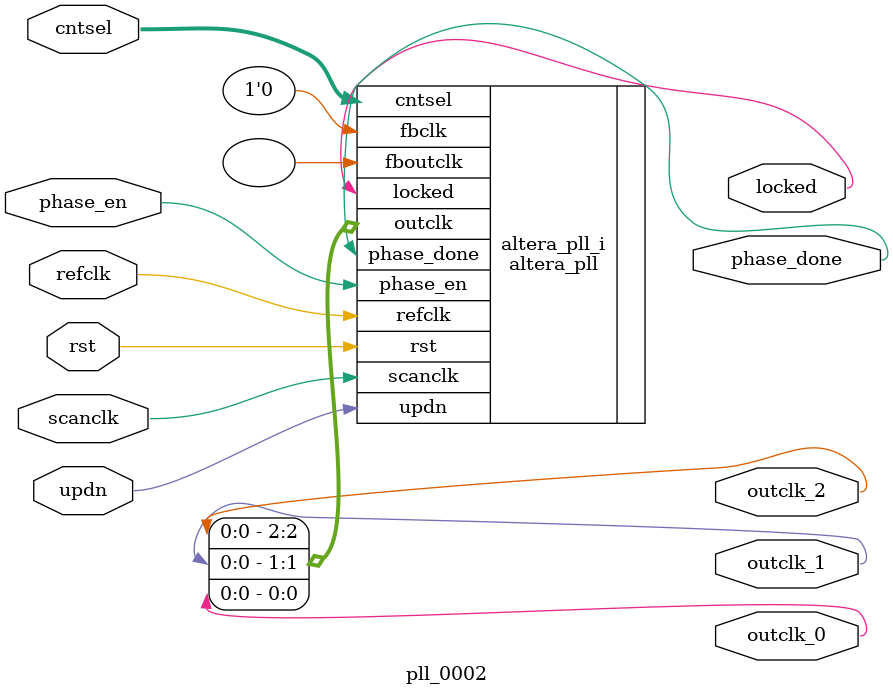
<source format=v>
`timescale 1ns/10ps
module  pll_0002(

	// interface 'refclk'
	input wire refclk,

	// interface 'reset'
	input wire rst,

	// interface 'outclk0'
	output wire outclk_0,

	// interface 'outclk1'
	output wire outclk_1,

	// interface 'outclk2'
	output wire outclk_2,

	// interface 'locked'
	output wire locked,

	// interface 'phase_en'
	input wire phase_en,

	// interface 'scanclk'
	input wire scanclk,

	// interface 'updn'
	input wire updn,

	// interface 'cntsel'
	input wire [4:0] cntsel,

	// interface 'phase_done'
	output wire phase_done
);

	altera_pll #(
		.fractional_vco_multiplier("true"),
		.reference_clock_frequency("50.0 MHz"),
		.pll_fractional_cout(32),
		.pll_dsm_out_sel("1st_order"),
		.operation_mode("direct"),
		.number_of_clocks(3),
		.output_clock_frequency0("114.750000 MHz"),
		.phase_shift0("0 ps"),
		.duty_cycle0(50),
		.output_clock_frequency1("114.750000 MHz"),
		.phase_shift1("-4357 ps"),
		.duty_cycle1(50),
		.output_clock_frequency2("28.687500 MHz"),
		.phase_shift2("0 ps"),
		.duty_cycle2(50),
		.output_clock_frequency3("0 MHz"),
		.phase_shift3("0 ps"),
		.duty_cycle3(50),
		.output_clock_frequency4("0 MHz"),
		.phase_shift4("0 ps"),
		.duty_cycle4(50),
		.output_clock_frequency5("0 MHz"),
		.phase_shift5("0 ps"),
		.duty_cycle5(50),
		.output_clock_frequency6("0 MHz"),
		.phase_shift6("0 ps"),
		.duty_cycle6(50),
		.output_clock_frequency7("0 MHz"),
		.phase_shift7("0 ps"),
		.duty_cycle7(50),
		.output_clock_frequency8("0 MHz"),
		.phase_shift8("0 ps"),
		.duty_cycle8(50),
		.output_clock_frequency9("0 MHz"),
		.phase_shift9("0 ps"),
		.duty_cycle9(50),
		.output_clock_frequency10("0 MHz"),
		.phase_shift10("0 ps"),
		.duty_cycle10(50),
		.output_clock_frequency11("0 MHz"),
		.phase_shift11("0 ps"),
		.duty_cycle11(50),
		.output_clock_frequency12("0 MHz"),
		.phase_shift12("0 ps"),
		.duty_cycle12(50),
		.output_clock_frequency13("0 MHz"),
		.phase_shift13("0 ps"),
		.duty_cycle13(50),
		.output_clock_frequency14("0 MHz"),
		.phase_shift14("0 ps"),
		.duty_cycle14(50),
		.output_clock_frequency15("0 MHz"),
		.phase_shift15("0 ps"),
		.duty_cycle15(50),
		.output_clock_frequency16("0 MHz"),
		.phase_shift16("0 ps"),
		.duty_cycle16(50),
		.output_clock_frequency17("0 MHz"),
		.phase_shift17("0 ps"),
		.duty_cycle17(50),
		.pll_type("Cyclone V"),
		.pll_subtype("DPS"),
		.m_cnt_hi_div(5),
		.m_cnt_lo_div(4),
		.n_cnt_hi_div(256),
		.n_cnt_lo_div(256),
		.m_cnt_bypass_en("false"),
		.n_cnt_bypass_en("true"),
		.m_cnt_odd_div_duty_en("true"),
		.n_cnt_odd_div_duty_en("false"),
		.c_cnt_hi_div0(2),
		.c_cnt_lo_div0(2),
		.c_cnt_prst0(1),
		.c_cnt_ph_mux_prst0(0),
		.c_cnt_in_src0("ph_mux_clk"),
		.c_cnt_bypass_en0("false"),
		.c_cnt_odd_div_duty_en0("false"),
		.c_cnt_hi_div1(2),
		.c_cnt_lo_div1(2),
		.c_cnt_prst1(3),
		.c_cnt_ph_mux_prst1(0),
		.c_cnt_in_src1("ph_mux_clk"),
		.c_cnt_bypass_en1("false"),
		.c_cnt_odd_div_duty_en1("false"),
		.c_cnt_hi_div2(8),
		.c_cnt_lo_div2(8),
		.c_cnt_prst2(1),
		.c_cnt_ph_mux_prst2(0),
		.c_cnt_in_src2("ph_mux_clk"),
		.c_cnt_bypass_en2("false"),
		.c_cnt_odd_div_duty_en2("false"),
		.c_cnt_hi_div3(1),
		.c_cnt_lo_div3(1),
		.c_cnt_prst3(1),
		.c_cnt_ph_mux_prst3(0),
		.c_cnt_in_src3("ph_mux_clk"),
		.c_cnt_bypass_en3("true"),
		.c_cnt_odd_div_duty_en3("false"),
		.c_cnt_hi_div4(1),
		.c_cnt_lo_div4(1),
		.c_cnt_prst4(1),
		.c_cnt_ph_mux_prst4(0),
		.c_cnt_in_src4("ph_mux_clk"),
		.c_cnt_bypass_en4("true"),
		.c_cnt_odd_div_duty_en4("false"),
		.c_cnt_hi_div5(1),
		.c_cnt_lo_div5(1),
		.c_cnt_prst5(1),
		.c_cnt_ph_mux_prst5(0),
		.c_cnt_in_src5("ph_mux_clk"),
		.c_cnt_bypass_en5("true"),
		.c_cnt_odd_div_duty_en5("false"),
		.c_cnt_hi_div6(1),
		.c_cnt_lo_div6(1),
		.c_cnt_prst6(1),
		.c_cnt_ph_mux_prst6(0),
		.c_cnt_in_src6("ph_mux_clk"),
		.c_cnt_bypass_en6("true"),
		.c_cnt_odd_div_duty_en6("false"),
		.c_cnt_hi_div7(1),
		.c_cnt_lo_div7(1),
		.c_cnt_prst7(1),
		.c_cnt_ph_mux_prst7(0),
		.c_cnt_in_src7("ph_mux_clk"),
		.c_cnt_bypass_en7("true"),
		.c_cnt_odd_div_duty_en7("false"),
		.c_cnt_hi_div8(1),
		.c_cnt_lo_div8(1),
		.c_cnt_prst8(1),
		.c_cnt_ph_mux_prst8(0),
		.c_cnt_in_src8("ph_mux_clk"),
		.c_cnt_bypass_en8("true"),
		.c_cnt_odd_div_duty_en8("false"),
		.c_cnt_hi_div9(1),
		.c_cnt_lo_div9(1),
		.c_cnt_prst9(1),
		.c_cnt_ph_mux_prst9(0),
		.c_cnt_in_src9("ph_mux_clk"),
		.c_cnt_bypass_en9("true"),
		.c_cnt_odd_div_duty_en9("false"),
		.c_cnt_hi_div10(1),
		.c_cnt_lo_div10(1),
		.c_cnt_prst10(1),
		.c_cnt_ph_mux_prst10(0),
		.c_cnt_in_src10("ph_mux_clk"),
		.c_cnt_bypass_en10("true"),
		.c_cnt_odd_div_duty_en10("false"),
		.c_cnt_hi_div11(1),
		.c_cnt_lo_div11(1),
		.c_cnt_prst11(1),
		.c_cnt_ph_mux_prst11(0),
		.c_cnt_in_src11("ph_mux_clk"),
		.c_cnt_bypass_en11("true"),
		.c_cnt_odd_div_duty_en11("false"),
		.c_cnt_hi_div12(1),
		.c_cnt_lo_div12(1),
		.c_cnt_prst12(1),
		.c_cnt_ph_mux_prst12(0),
		.c_cnt_in_src12("ph_mux_clk"),
		.c_cnt_bypass_en12("true"),
		.c_cnt_odd_div_duty_en12("false"),
		.c_cnt_hi_div13(1),
		.c_cnt_lo_div13(1),
		.c_cnt_prst13(1),
		.c_cnt_ph_mux_prst13(0),
		.c_cnt_in_src13("ph_mux_clk"),
		.c_cnt_bypass_en13("true"),
		.c_cnt_odd_div_duty_en13("false"),
		.c_cnt_hi_div14(1),
		.c_cnt_lo_div14(1),
		.c_cnt_prst14(1),
		.c_cnt_ph_mux_prst14(0),
		.c_cnt_in_src14("ph_mux_clk"),
		.c_cnt_bypass_en14("true"),
		.c_cnt_odd_div_duty_en14("false"),
		.c_cnt_hi_div15(1),
		.c_cnt_lo_div15(1),
		.c_cnt_prst15(1),
		.c_cnt_ph_mux_prst15(0),
		.c_cnt_in_src15("ph_mux_clk"),
		.c_cnt_bypass_en15("true"),
		.c_cnt_odd_div_duty_en15("false"),
		.c_cnt_hi_div16(1),
		.c_cnt_lo_div16(1),
		.c_cnt_prst16(1),
		.c_cnt_ph_mux_prst16(0),
		.c_cnt_in_src16("ph_mux_clk"),
		.c_cnt_bypass_en16("true"),
		.c_cnt_odd_div_duty_en16("false"),
		.c_cnt_hi_div17(1),
		.c_cnt_lo_div17(1),
		.c_cnt_prst17(1),
		.c_cnt_ph_mux_prst17(0),
		.c_cnt_in_src17("ph_mux_clk"),
		.c_cnt_bypass_en17("true"),
		.c_cnt_odd_div_duty_en17("false"),
		.pll_vco_div(2),
		.pll_cp_current(20),
		.pll_bwctrl(4000),
		.pll_output_clk_frequency("458.999999 MHz"),
		.pll_fractional_division("773094027"),
		.mimic_fbclk_type("none"),
		.pll_fbclk_mux_1("glb"),
		.pll_fbclk_mux_2("m_cnt"),
		.pll_m_cnt_in_src("ph_mux_clk"),
		.pll_slf_rst("true")
	) altera_pll_i (
		.rst	(rst),
		.cntsel	(cntsel),
		.outclk	({outclk_2, outclk_1, outclk_0}),
		.locked	(locked),
		.phase_done	(phase_done),
		.fboutclk	( ),
		.fbclk	(1'b0),
		.refclk	(refclk),
		.phase_en	(phase_en),
		.scanclk	(scanclk),
		.updn	(updn)
	);
endmodule


</source>
